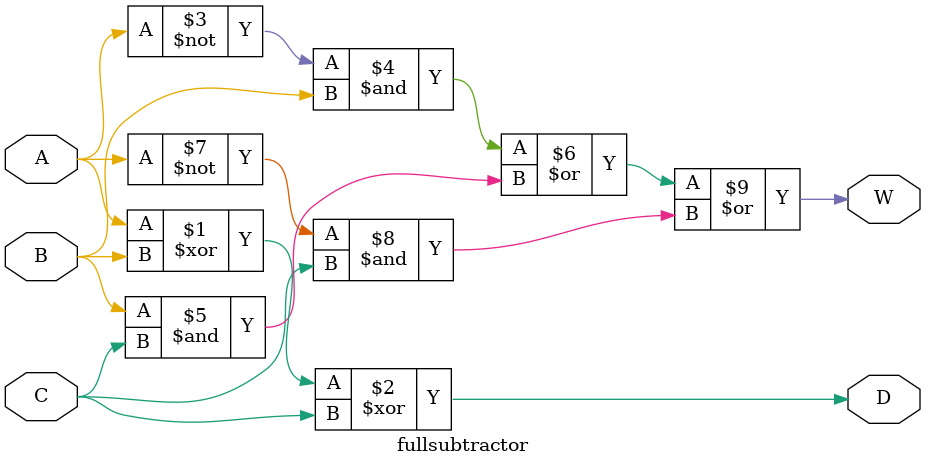
<source format=v>
module fullsubtractor(D,W,A,B,C);
  input A,B,C;
  output D,W;
  assign D=(A^B^C);
  assign W=((~A&B)|(B&C)|(~A&C));
endmodule

</source>
